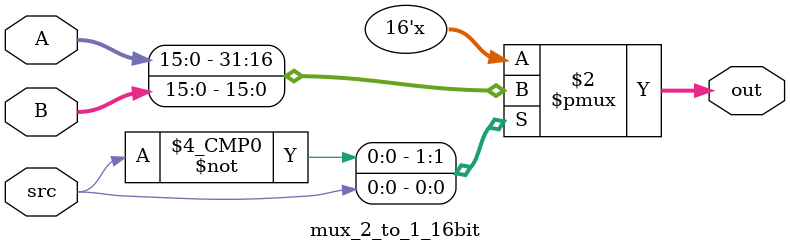
<source format=v>
`timescale 1ns / 1ps


module mux_2_to_1_16bit (
    input [15:0] A,
    input [15:0] B,
    input src,
    output reg [15:0] out
    );
    
    always@(*)
    begin
        case(src)
            1'b0: begin out = A; end
            1'b1: begin out = B; end
        endcase
    end
    
endmodule

</source>
